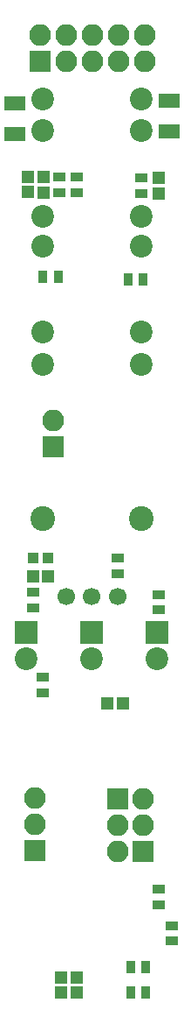
<source format=gbr>
G04 #@! TF.GenerationSoftware,KiCad,Pcbnew,(5.0.0)*
G04 #@! TF.CreationDate,2019-01-08T13:59:11-08:00*
G04 #@! TF.ProjectId,pcb,7063622E6B696361645F706362000000,rev?*
G04 #@! TF.SameCoordinates,Original*
G04 #@! TF.FileFunction,Soldermask,Bot*
G04 #@! TF.FilePolarity,Negative*
%FSLAX46Y46*%
G04 Gerber Fmt 4.6, Leading zero omitted, Abs format (unit mm)*
G04 Created by KiCad (PCBNEW (5.0.0)) date 01/08/19 13:59:11*
%MOMM*%
%LPD*%
G01*
G04 APERTURE LIST*
%ADD10R,2.000000X1.400000*%
%ADD11C,1.700000*%
%ADD12C,2.400000*%
%ADD13R,1.150000X1.200000*%
%ADD14R,1.200000X1.150000*%
%ADD15R,1.300000X0.900000*%
%ADD16R,0.900000X1.300000*%
%ADD17R,1.000000X1.100000*%
%ADD18C,2.200000*%
%ADD19O,2.100000X2.100000*%
%ADD20R,2.100000X2.100000*%
%ADD21R,2.200000X2.200000*%
G04 APERTURE END LIST*
D10*
G04 #@! TO.C,C2*
X156000000Y-60750000D03*
X156000000Y-57750000D03*
G04 #@! TD*
G04 #@! TO.C,C1*
X141000000Y-61000000D03*
X141000000Y-58000000D03*
G04 #@! TD*
D11*
G04 #@! TO.C,R7*
X146000000Y-105650000D03*
X148500000Y-105650000D03*
X151000000Y-105650000D03*
D12*
X143700000Y-98150000D03*
X153300000Y-98150000D03*
G04 #@! TD*
D13*
G04 #@! TO.C,C16*
X155000000Y-66750000D03*
X155000000Y-65250000D03*
G04 #@! TD*
G04 #@! TO.C,C13*
X145500000Y-142500000D03*
X145500000Y-144000000D03*
G04 #@! TD*
G04 #@! TO.C,C12*
X147000000Y-142500000D03*
X147000000Y-144000000D03*
G04 #@! TD*
D14*
G04 #@! TO.C,C9*
X150000000Y-116000000D03*
X151500000Y-116000000D03*
G04 #@! TD*
G04 #@! TO.C,C8*
X144250000Y-103750000D03*
X142750000Y-103750000D03*
G04 #@! TD*
D13*
G04 #@! TO.C,C5*
X143800000Y-66650000D03*
X143800000Y-65150000D03*
G04 #@! TD*
G04 #@! TO.C,C3*
X142300000Y-66600000D03*
X142300000Y-65100000D03*
G04 #@! TD*
D15*
G04 #@! TO.C,R5*
X145300000Y-65150000D03*
X145300000Y-66650000D03*
G04 #@! TD*
G04 #@! TO.C,R32*
X155000000Y-135500000D03*
X155000000Y-134000000D03*
G04 #@! TD*
G04 #@! TO.C,R31*
X156250000Y-139000000D03*
X156250000Y-137500000D03*
G04 #@! TD*
D16*
G04 #@! TO.C,R28*
X152250000Y-141500000D03*
X153750000Y-141500000D03*
G04 #@! TD*
G04 #@! TO.C,R29*
X153750000Y-144000000D03*
X152250000Y-144000000D03*
G04 #@! TD*
D15*
G04 #@! TO.C,R4*
X147000000Y-65150000D03*
X147000000Y-66650000D03*
G04 #@! TD*
D16*
G04 #@! TO.C,R3*
X153500000Y-75000000D03*
X152000000Y-75000000D03*
G04 #@! TD*
G04 #@! TO.C,R2*
X145250000Y-74750000D03*
X143750000Y-74750000D03*
G04 #@! TD*
D15*
G04 #@! TO.C,R1*
X153250000Y-66750000D03*
X153250000Y-65250000D03*
G04 #@! TD*
G04 #@! TO.C,R8*
X151000000Y-102000000D03*
X151000000Y-103500000D03*
G04 #@! TD*
G04 #@! TO.C,R10*
X155000000Y-105500000D03*
X155000000Y-107000000D03*
G04 #@! TD*
G04 #@! TO.C,R11*
X142750000Y-106750000D03*
X142750000Y-105250000D03*
G04 #@! TD*
G04 #@! TO.C,R12*
X143750000Y-115000000D03*
X143750000Y-113500000D03*
G04 #@! TD*
D17*
G04 #@! TO.C,D4*
X144200000Y-102000000D03*
X142800000Y-102000000D03*
G04 #@! TD*
D18*
G04 #@! TO.C,J1*
X143750000Y-68970000D03*
X143750000Y-57570000D03*
X143750000Y-60670000D03*
G04 #@! TD*
G04 #@! TO.C,J2*
X153250000Y-60670000D03*
X153250000Y-57570000D03*
X153250000Y-68970000D03*
G04 #@! TD*
G04 #@! TO.C,J3*
X143750000Y-71830000D03*
X143750000Y-83230000D03*
X143750000Y-80130000D03*
G04 #@! TD*
G04 #@! TO.C,J4*
X153250000Y-80130000D03*
X153250000Y-83230000D03*
X153250000Y-71830000D03*
G04 #@! TD*
D19*
G04 #@! TO.C,MIC1*
X144750000Y-88710000D03*
D20*
X144750000Y-91250000D03*
G04 #@! TD*
D19*
G04 #@! TO.C,Attack1*
X153500000Y-125220000D03*
X153500000Y-127760000D03*
D20*
X153500000Y-130300000D03*
G04 #@! TD*
G04 #@! TO.C,Decay1*
X151000000Y-125250000D03*
D19*
X151000000Y-127790000D03*
X151000000Y-130330000D03*
G04 #@! TD*
G04 #@! TO.C,Gate1*
X143000000Y-125170000D03*
X143000000Y-127710000D03*
D20*
X143000000Y-130250000D03*
G04 #@! TD*
D19*
G04 #@! TO.C,JP4*
X153660000Y-51460000D03*
X153660000Y-54000000D03*
X151120000Y-51460000D03*
X151120000Y-54000000D03*
X148580000Y-51460000D03*
X148580000Y-54000000D03*
X146040000Y-51460000D03*
X146040000Y-54000000D03*
X143500000Y-51460000D03*
D20*
X143500000Y-54000000D03*
G04 #@! TD*
D18*
G04 #@! TO.C,LED1*
X142110000Y-111690000D03*
D21*
X142110000Y-109150000D03*
G04 #@! TD*
D18*
G04 #@! TO.C,LED2*
X148480000Y-111690000D03*
D21*
X148480000Y-109150000D03*
G04 #@! TD*
G04 #@! TO.C,LED3*
X154790000Y-109150000D03*
D18*
X154790000Y-111690000D03*
G04 #@! TD*
M02*

</source>
